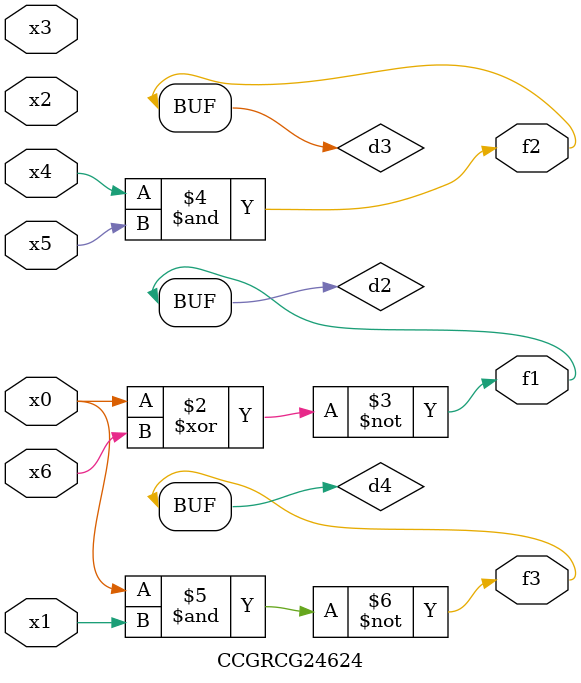
<source format=v>
module CCGRCG24624(
	input x0, x1, x2, x3, x4, x5, x6,
	output f1, f2, f3
);

	wire d1, d2, d3, d4;

	nor (d1, x0);
	xnor (d2, x0, x6);
	and (d3, x4, x5);
	nand (d4, x0, x1);
	assign f1 = d2;
	assign f2 = d3;
	assign f3 = d4;
endmodule

</source>
